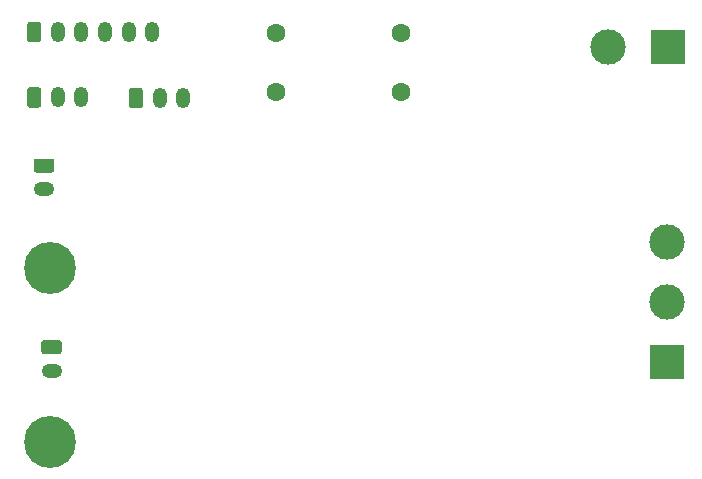
<source format=gbs>
G04 #@! TF.GenerationSoftware,KiCad,Pcbnew,5.1.12-84ad8e8a86~92~ubuntu20.04.1*
G04 #@! TF.CreationDate,2022-01-16T20:14:32+02:00*
G04 #@! TF.ProjectId,opm-inline,6f706d2d-696e-46c6-996e-652e6b696361,rev?*
G04 #@! TF.SameCoordinates,Original*
G04 #@! TF.FileFunction,Soldermask,Bot*
G04 #@! TF.FilePolarity,Negative*
%FSLAX46Y46*%
G04 Gerber Fmt 4.6, Leading zero omitted, Abs format (unit mm)*
G04 Created by KiCad (PCBNEW 5.1.12-84ad8e8a86~92~ubuntu20.04.1) date 2022-01-16 20:14:32*
%MOMM*%
%LPD*%
G01*
G04 APERTURE LIST*
%ADD10R,3.000000X3.000000*%
%ADD11C,3.000000*%
%ADD12O,1.200000X1.750000*%
%ADD13C,1.600000*%
%ADD14O,1.750000X1.200000*%
%ADD15C,0.700000*%
%ADD16C,4.400000*%
G04 APERTURE END LIST*
D10*
G04 #@! TO.C,U3*
X185420000Y-96520000D03*
D11*
X185420000Y-91440000D03*
X185420000Y-86360000D03*
G04 #@! TD*
D10*
G04 #@! TO.C,U2*
X185547000Y-69850000D03*
D11*
X180467000Y-69850000D03*
G04 #@! TD*
D12*
G04 #@! TO.C,J3*
X141880000Y-68580000D03*
X139880000Y-68580000D03*
X137880000Y-68580000D03*
X135880000Y-68580000D03*
X133880000Y-68580000D03*
G36*
G01*
X131280000Y-69205001D02*
X131280000Y-67954999D01*
G75*
G02*
X131529999Y-67705000I249999J0D01*
G01*
X132230001Y-67705000D01*
G75*
G02*
X132480000Y-67954999I0J-249999D01*
G01*
X132480000Y-69205001D01*
G75*
G02*
X132230001Y-69455000I-249999J0D01*
G01*
X131529999Y-69455000D01*
G75*
G02*
X131280000Y-69205001I0J249999D01*
G01*
G37*
G04 #@! TD*
D13*
G04 #@! TO.C,C16*
X152330000Y-68660000D03*
X152330000Y-73660000D03*
G04 #@! TD*
G04 #@! TO.C,C15*
X162918000Y-68660000D03*
X162918000Y-73660000D03*
G04 #@! TD*
D14*
G04 #@! TO.C,J2*
X132715000Y-81883000D03*
G36*
G01*
X132089999Y-79283000D02*
X133340001Y-79283000D01*
G75*
G02*
X133590000Y-79532999I0J-249999D01*
G01*
X133590000Y-80233001D01*
G75*
G02*
X133340001Y-80483000I-249999J0D01*
G01*
X132089999Y-80483000D01*
G75*
G02*
X131840000Y-80233001I0J249999D01*
G01*
X131840000Y-79532999D01*
G75*
G02*
X132089999Y-79283000I249999J0D01*
G01*
G37*
G04 #@! TD*
D12*
G04 #@! TO.C,J6*
X144494000Y-74168000D03*
X142494000Y-74168000D03*
G36*
G01*
X139894000Y-74793001D02*
X139894000Y-73542999D01*
G75*
G02*
X140143999Y-73293000I249999J0D01*
G01*
X140844001Y-73293000D01*
G75*
G02*
X141094000Y-73542999I0J-249999D01*
G01*
X141094000Y-74793001D01*
G75*
G02*
X140844001Y-75043000I-249999J0D01*
G01*
X140143999Y-75043000D01*
G75*
G02*
X139894000Y-74793001I0J249999D01*
G01*
G37*
G04 #@! TD*
G04 #@! TO.C,J4*
G36*
G01*
X132724999Y-94650000D02*
X133975001Y-94650000D01*
G75*
G02*
X134225000Y-94899999I0J-249999D01*
G01*
X134225000Y-95600001D01*
G75*
G02*
X133975001Y-95850000I-249999J0D01*
G01*
X132724999Y-95850000D01*
G75*
G02*
X132475000Y-95600001I0J249999D01*
G01*
X132475000Y-94899999D01*
G75*
G02*
X132724999Y-94650000I249999J0D01*
G01*
G37*
D14*
X133350000Y-97250000D03*
G04 #@! TD*
G04 #@! TO.C,J1*
G36*
G01*
X131280000Y-74735001D02*
X131280000Y-73484999D01*
G75*
G02*
X131529999Y-73235000I249999J0D01*
G01*
X132230001Y-73235000D01*
G75*
G02*
X132480000Y-73484999I0J-249999D01*
G01*
X132480000Y-74735001D01*
G75*
G02*
X132230001Y-74985000I-249999J0D01*
G01*
X131529999Y-74985000D01*
G75*
G02*
X131280000Y-74735001I0J249999D01*
G01*
G37*
D12*
X133880000Y-74110000D03*
X135880000Y-74110000D03*
G04 #@! TD*
D15*
G04 #@! TO.C,H201*
X134389726Y-102084274D03*
X133223000Y-101601000D03*
X132056274Y-102084274D03*
X131573000Y-103251000D03*
X132056274Y-104417726D03*
X133223000Y-104901000D03*
X134389726Y-104417726D03*
X134873000Y-103251000D03*
D16*
X133223000Y-103251000D03*
G04 #@! TD*
G04 #@! TO.C,H202*
X133223000Y-88519000D03*
D15*
X134873000Y-88519000D03*
X134389726Y-89685726D03*
X133223000Y-90169000D03*
X132056274Y-89685726D03*
X131573000Y-88519000D03*
X132056274Y-87352274D03*
X133223000Y-86869000D03*
X134389726Y-87352274D03*
G04 #@! TD*
M02*

</source>
